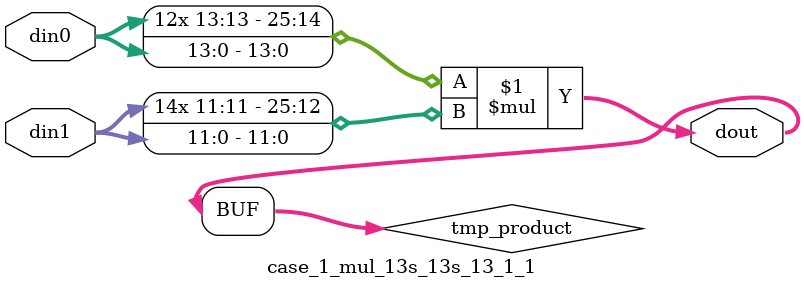
<source format=v>

`timescale 1 ns / 1 ps

 module case_1_mul_13s_13s_13_1_1(din0, din1, dout);
parameter ID = 1;
parameter NUM_STAGE = 0;
parameter din0_WIDTH = 14;
parameter din1_WIDTH = 12;
parameter dout_WIDTH = 26;

input [din0_WIDTH - 1 : 0] din0; 
input [din1_WIDTH - 1 : 0] din1; 
output [dout_WIDTH - 1 : 0] dout;

wire signed [dout_WIDTH - 1 : 0] tmp_product;



























assign tmp_product = $signed(din0) * $signed(din1);








assign dout = tmp_product;





















endmodule

</source>
